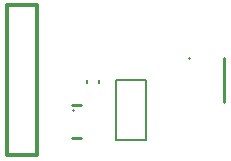
<source format=gto>
%FSLAX46Y46*%
G04 Gerber Fmt 4.6, Leading zero omitted, Abs format (unit mm)*
G04 Created by KiCad (PCBNEW (2014-10-22 BZR 5214)-product) date Son 07 Dez 2014 11:41:12 CET*
%MOMM*%
G01*
G04 APERTURE LIST*
%ADD10C,0.150000*%
%ADD11C,0.250000*%
%ADD12C,0.304800*%
%ADD13C,0.152400*%
G04 APERTURE END LIST*
D10*
D11*
X36500000Y-24625000D02*
X36490000Y-24625000D01*
X39500000Y-28375000D02*
X39500000Y-24625000D01*
D10*
X28900000Y-26500000D02*
X28900000Y-26700000D01*
X27900000Y-26500000D02*
X27900000Y-26700000D01*
D11*
X27400000Y-28600000D02*
X26600000Y-28600000D01*
X27400000Y-31350000D02*
X26600000Y-31350000D01*
X26700000Y-29000000D02*
X26710000Y-29000000D01*
D12*
X23670000Y-20150000D02*
X21130000Y-20150000D01*
X21130000Y-32850000D02*
X23670000Y-32850000D01*
X23670000Y-20150000D02*
X23670000Y-32850000D01*
X21130000Y-32850000D02*
X21130000Y-20150000D01*
D13*
X30330000Y-26460000D02*
X32870000Y-26460000D01*
X32870000Y-26460000D02*
X32870000Y-31540000D01*
X32870000Y-31540000D02*
X30330000Y-31540000D01*
X30330000Y-31540000D02*
X30330000Y-26460000D01*
M02*

</source>
